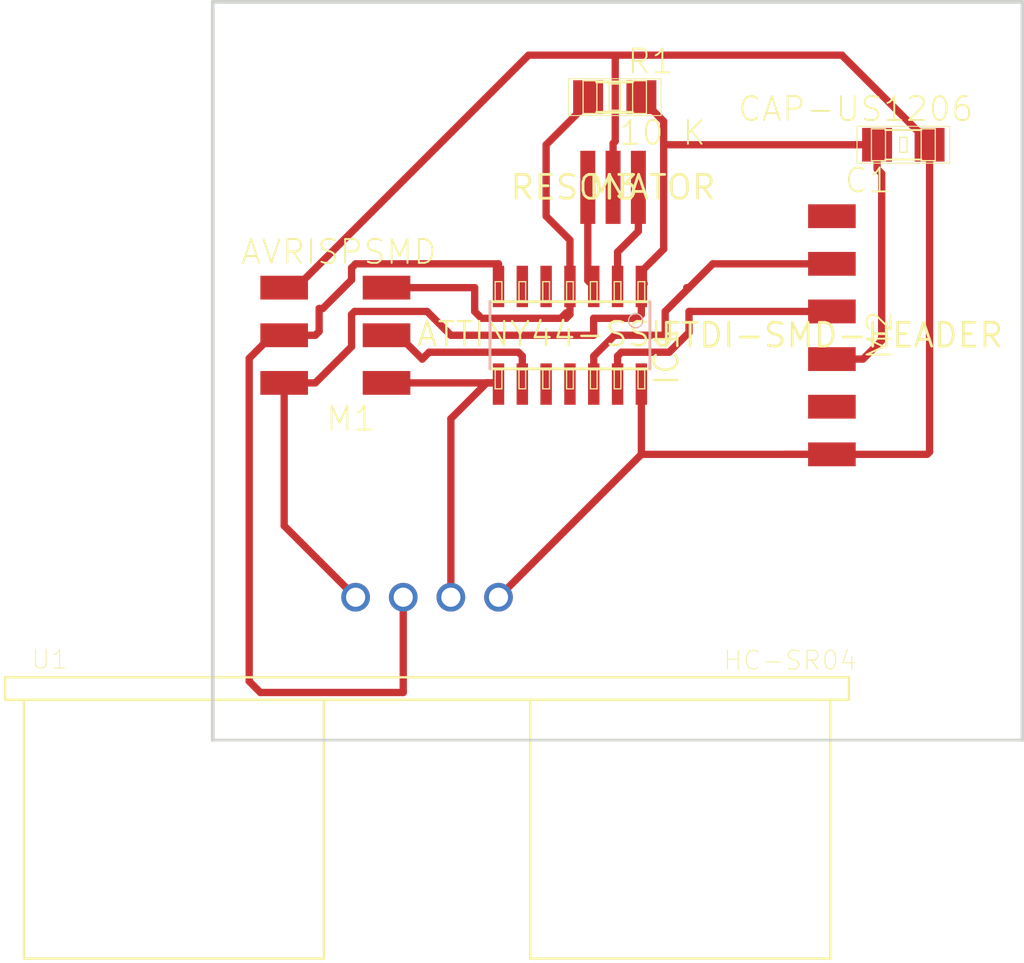
<source format=kicad_pcb>
(kicad_pcb (version 20171130) (host pcbnew "(5.0.2)-1")

  (general
    (thickness 1.6)
    (drawings 4)
    (tracks 115)
    (zones 0)
    (modules 7)
    (nets 17)
  )

  (page A4)
  (layers
    (0 F.Cu signal)
    (31 B.Cu signal)
    (32 B.Adhes user)
    (33 F.Adhes user)
    (34 B.Paste user)
    (35 F.Paste user)
    (36 B.SilkS user)
    (37 F.SilkS user)
    (38 B.Mask user)
    (39 F.Mask user)
    (40 Dwgs.User user)
    (41 Cmts.User user)
    (42 Eco1.User user)
    (43 Eco2.User user)
    (44 Edge.Cuts user)
    (45 Margin user)
    (46 B.CrtYd user)
    (47 F.CrtYd user)
    (48 B.Fab user)
    (49 F.Fab user)
  )

  (setup
    (last_trace_width 0.39)
    (trace_clearance 0.4)
    (zone_clearance 0.508)
    (zone_45_only no)
    (trace_min 0.2)
    (segment_width 0.2)
    (edge_width 0.15)
    (via_size 2)
    (via_drill 0.8)
    (via_min_size 0.4)
    (via_min_drill 0.3)
    (uvia_size 0.3)
    (uvia_drill 0.1)
    (uvias_allowed no)
    (uvia_min_size 0.2)
    (uvia_min_drill 0.1)
    (pcb_text_width 0.3)
    (pcb_text_size 1.5 1.5)
    (mod_edge_width 0.15)
    (mod_text_size 1 1)
    (mod_text_width 0.15)
    (pad_size 1.524 1.524)
    (pad_drill 0.762)
    (pad_to_mask_clearance 0.051)
    (solder_mask_min_width 0.25)
    (aux_axis_origin 0 0)
    (visible_elements 7FFFFFFF)
    (pcbplotparams
      (layerselection 0x010fc_ffffffff)
      (usegerberextensions false)
      (usegerberattributes false)
      (usegerberadvancedattributes false)
      (creategerberjobfile false)
      (excludeedgelayer true)
      (linewidth 0.100000)
      (plotframeref false)
      (viasonmask false)
      (mode 1)
      (useauxorigin false)
      (hpglpennumber 1)
      (hpglpenspeed 20)
      (hpglpendiameter 15.000000)
      (psnegative false)
      (psa4output false)
      (plotreference true)
      (plotvalue true)
      (plotinvisibletext false)
      (padsonsilk false)
      (subtractmaskfromsilk false)
      (outputformat 1)
      (mirror false)
      (drillshape 1)
      (scaleselection 1)
      (outputdirectory ""))
  )

  (net 0 "")
  (net 1 GND)
  (net 2 VCC)
  (net 3 /xtal1)
  (net 4 /xtal2)
  (net 5 /rst)
  (net 6 "Net-(IC1-Pad5)")
  (net 7 "Net-(IC1-Pad6)")
  (net 8 /mosi)
  (net 9 /miso)
  (net 10 /sck)
  (net 11 "Net-(IC1-Pad10)")
  (net 12 "Net-(IC1-Pad11)")
  (net 13 /rx)
  (net 14 /tx)
  (net 15 "Net-(M2-Pad2)")
  (net 16 "Net-(M2-Pad6)")

  (net_class Default "This is the default net class."
    (clearance 0.4)
    (trace_width 0.39)
    (via_dia 2)
    (via_drill 0.8)
    (uvia_dia 0.3)
    (uvia_drill 0.1)
    (diff_pair_gap 0.25)
    (diff_pair_width 0.39)
    (add_net /miso)
    (add_net /mosi)
    (add_net /rst)
    (add_net /rx)
    (add_net /sck)
    (add_net /tx)
    (add_net /xtal1)
    (add_net /xtal2)
    (add_net GND)
    (add_net "Net-(IC1-Pad10)")
    (add_net "Net-(IC1-Pad11)")
    (add_net "Net-(IC1-Pad5)")
    (add_net "Net-(IC1-Pad6)")
    (add_net "Net-(M2-Pad2)")
    (add_net "Net-(M2-Pad6)")
    (add_net VCC)
  )

  (net_class millingsetting ""
    (clearance 0.4)
    (trace_width 0.39)
    (via_dia 2)
    (via_drill 0.8)
    (uvia_dia 0.3)
    (uvia_drill 0.1)
    (diff_pair_gap 0.25)
    (diff_pair_width 0.39)
  )

  (module fab:fab-1X06SMD (layer F.Cu) (tedit 200000) (tstamp 5CC67312)
    (at 143.51 95.25 180)
    (path /5C9E0E9C)
    (attr smd)
    (fp_text reference M2 (at -2.54 0 270) (layer F.SilkS)
      (effects (font (size 1.27 1.27) (thickness 0.1016)))
    )
    (fp_text value FTDI-SMD-HEADER (at 0 0 180) (layer F.SilkS)
      (effects (font (size 1.27 1.27) (thickness 0.15)))
    )
    (pad 1 smd rect (at 0 -6.35 180) (size 2.54 1.27) (layers F.Cu F.Paste F.Mask)
      (net 1 GND))
    (pad 2 smd rect (at 0 -3.81 180) (size 2.54 1.27) (layers F.Cu F.Paste F.Mask)
      (net 15 "Net-(M2-Pad2)"))
    (pad 3 smd rect (at 0 -1.27 180) (size 2.54 1.27) (layers F.Cu F.Paste F.Mask)
      (net 2 VCC))
    (pad 4 smd rect (at 0 1.27 180) (size 2.54 1.27) (layers F.Cu F.Paste F.Mask)
      (net 14 /tx))
    (pad 5 smd rect (at 0 3.81 180) (size 2.54 1.27) (layers F.Cu F.Paste F.Mask)
      (net 13 /rx))
    (pad 6 smd rect (at 0 6.35 180) (size 2.54 1.27) (layers F.Cu F.Paste F.Mask)
      (net 16 "Net-(M2-Pad6)"))
  )

  (module HC-SR04:XCVR_HC-SR04 (layer F.Cu) (tedit 0) (tstamp 5CC6734F)
    (at 121.92 109.22)
    (path /5C9E0B11)
    (fp_text reference U1 (at -20.1204 3.31671) (layer F.SilkS)
      (effects (font (size 1.00052 1.00052) (thickness 0.05)))
    )
    (fp_text value HC-SR04 (at 19.3577 3.3707) (layer F.SilkS)
      (effects (font (size 1.00169 1.00169) (thickness 0.05)))
    )
    (fp_line (start -21.5 19.27) (end -5.5 19.27) (layer F.SilkS) (width 0.127))
    (fp_line (start 5.5 19.27) (end 21.5 19.27) (layer F.SilkS) (width 0.127))
    (fp_line (start 22.5 5.47) (end 21.5 5.47) (layer F.SilkS) (width 0.127))
    (fp_line (start 21.5 5.47) (end 5.5 5.47) (layer F.SilkS) (width 0.127))
    (fp_line (start 5.5 5.47) (end -5.5 5.47) (layer F.SilkS) (width 0.127))
    (fp_line (start -5.5 5.47) (end -21.5 5.47) (layer F.SilkS) (width 0.127))
    (fp_line (start -21.5 5.47) (end -22.5 5.47) (layer F.SilkS) (width 0.127))
    (fp_line (start -22.5 5.47) (end -22.5 4.27) (layer F.SilkS) (width 0.127))
    (fp_line (start -22.5 4.27) (end 22.5 4.27) (layer F.SilkS) (width 0.127))
    (fp_line (start 22.5 4.27) (end 22.5 5.47) (layer F.SilkS) (width 0.127))
    (fp_line (start -21.5 5.47) (end -21.5 19.27) (layer F.SilkS) (width 0.127))
    (fp_line (start 21.5 5.47) (end 21.5 19.27) (layer F.SilkS) (width 0.127))
    (fp_line (start -5.5 5.47) (end -5.5 19.27) (layer F.SilkS) (width 0.127))
    (fp_line (start 5.5 5.47) (end 5.5 19.27) (layer F.SilkS) (width 0.127))
    (fp_line (start -22.75 4) (end -22.75 19.5) (layer Eco1.User) (width 0.05))
    (fp_line (start -22.75 19.5) (end 22.75 19.5) (layer Eco1.User) (width 0.05))
    (fp_line (start 22.75 19.5) (end 22.75 4) (layer Eco1.User) (width 0.05))
    (fp_line (start 22.75 4) (end 5 4) (layer Eco1.User) (width 0.05))
    (fp_line (start 5 4) (end 5 -1.25) (layer Eco1.User) (width 0.05))
    (fp_line (start 5 -1.25) (end -5 -1.25) (layer Eco1.User) (width 0.05))
    (fp_line (start -5 -1.25) (end -5 4) (layer Eco1.User) (width 0.05))
    (fp_line (start -5 4) (end -22.75 4) (layer Eco1.User) (width 0.05))
    (pad 2 thru_hole circle (at -1.27 0) (size 1.53 1.53) (drill 1.02) (layers *.Cu *.Mask)
      (net 8 /mosi))
    (pad 3 thru_hole circle (at 1.27 0) (size 1.53 1.53) (drill 1.02) (layers *.Cu *.Mask)
      (net 9 /miso))
    (pad 4 thru_hole circle (at 3.81 0) (size 1.53 1.53) (drill 1.02) (layers *.Cu *.Mask)
      (net 1 GND))
    (pad 1 thru_hole circle (at -3.81 0) (size 1.53 1.53) (drill 1.02) (layers *.Cu *.Mask)
      (net 2 VCC))
  )

  (module fab:fab-C1206 (layer F.Cu) (tedit 200000) (tstamp 5CC672AF)
    (at 147.32 85.09 180)
    (descr CAPACITOR)
    (tags CAPACITOR)
    (path /5C9ED4BF)
    (attr smd)
    (fp_text reference C1 (at 1.905 -1.905 180) (layer F.SilkS)
      (effects (font (size 1.27 1.27) (thickness 0.1016)))
    )
    (fp_text value CAP-US1206 (at 2.54 1.905 180) (layer F.SilkS)
      (effects (font (size 1.27 1.27) (thickness 0.1016)))
    )
    (fp_line (start -1.7018 0.8509) (end -0.94996 0.8509) (layer F.SilkS) (width 0.06604))
    (fp_line (start -0.94996 0.8509) (end -0.94996 -0.84836) (layer F.SilkS) (width 0.06604))
    (fp_line (start -1.7018 -0.84836) (end -0.94996 -0.84836) (layer F.SilkS) (width 0.06604))
    (fp_line (start -1.7018 0.8509) (end -1.7018 -0.84836) (layer F.SilkS) (width 0.06604))
    (fp_line (start 0.94996 0.84836) (end 1.7018 0.84836) (layer F.SilkS) (width 0.06604))
    (fp_line (start 1.7018 0.84836) (end 1.7018 -0.8509) (layer F.SilkS) (width 0.06604))
    (fp_line (start 0.94996 -0.8509) (end 1.7018 -0.8509) (layer F.SilkS) (width 0.06604))
    (fp_line (start 0.94996 0.84836) (end 0.94996 -0.8509) (layer F.SilkS) (width 0.06604))
    (fp_line (start -0.19812 0.39878) (end 0.19812 0.39878) (layer F.SilkS) (width 0.06604))
    (fp_line (start 0.19812 0.39878) (end 0.19812 -0.39878) (layer F.SilkS) (width 0.06604))
    (fp_line (start -0.19812 -0.39878) (end 0.19812 -0.39878) (layer F.SilkS) (width 0.06604))
    (fp_line (start -0.19812 0.39878) (end -0.19812 -0.39878) (layer F.SilkS) (width 0.06604))
    (fp_line (start -2.47142 -0.98298) (end 2.47142 -0.98298) (layer F.SilkS) (width 0.0508))
    (fp_line (start 2.47142 0.98298) (end -2.47142 0.98298) (layer F.SilkS) (width 0.0508))
    (fp_line (start -2.47142 0.98298) (end -2.47142 -0.98298) (layer F.SilkS) (width 0.0508))
    (fp_line (start 2.47142 -0.98298) (end 2.47142 0.98298) (layer F.SilkS) (width 0.0508))
    (fp_line (start -0.96266 -0.78486) (end 0.96266 -0.78486) (layer F.SilkS) (width 0.1016))
    (fp_line (start -0.96266 0.78486) (end 0.96266 0.78486) (layer F.SilkS) (width 0.1016))
    (pad 1 smd rect (at -1.39954 0 180) (size 1.59766 1.79832) (layers F.Cu F.Paste F.Mask)
      (net 1 GND))
    (pad 2 smd rect (at 1.39954 0 180) (size 1.59766 1.79832) (layers F.Cu F.Paste F.Mask)
      (net 2 VCC))
  )

  (module fab:fab-SOIC14 (layer F.Cu) (tedit 200000) (tstamp 5CC672FE)
    (at 129.54 95.25 180)
    (descr "SMALL OUTLINE PACKAGE")
    (tags "SMALL OUTLINE PACKAGE")
    (path /5C9E0C07)
    (attr smd)
    (fp_text reference IC1 (at -5.1435 -1.143 -90) (layer F.SilkS)
      (effects (font (size 1.27 1.27) (thickness 0.127)))
    )
    (fp_text value ATTINY44-SSU (at 1.27 0.0635 180) (layer F.SilkS)
      (effects (font (size 1.27 1.27) (thickness 0.127)))
    )
    (fp_line (start -3.9878 -1.8415) (end -3.62966 -1.8415) (layer F.SilkS) (width 0.06604))
    (fp_line (start -3.62966 -1.8415) (end -3.62966 -2.8575) (layer F.SilkS) (width 0.06604))
    (fp_line (start -3.9878 -2.8575) (end -3.62966 -2.8575) (layer F.SilkS) (width 0.06604))
    (fp_line (start -3.9878 -1.8415) (end -3.9878 -2.8575) (layer F.SilkS) (width 0.06604))
    (fp_line (start -2.7178 -1.8415) (end -2.3622 -1.8415) (layer F.SilkS) (width 0.06604))
    (fp_line (start -2.3622 -1.8415) (end -2.3622 -2.8575) (layer F.SilkS) (width 0.06604))
    (fp_line (start -2.7178 -2.8575) (end -2.3622 -2.8575) (layer F.SilkS) (width 0.06604))
    (fp_line (start -2.7178 -1.8415) (end -2.7178 -2.8575) (layer F.SilkS) (width 0.06604))
    (fp_line (start -1.4478 -1.8415) (end -1.08966 -1.8415) (layer F.SilkS) (width 0.06604))
    (fp_line (start -1.08966 -1.8415) (end -1.08966 -2.8575) (layer F.SilkS) (width 0.06604))
    (fp_line (start -1.4478 -2.8575) (end -1.08966 -2.8575) (layer F.SilkS) (width 0.06604))
    (fp_line (start -1.4478 -1.8415) (end -1.4478 -2.8575) (layer F.SilkS) (width 0.06604))
    (fp_line (start -0.1778 -1.8415) (end 0.1778 -1.8415) (layer F.SilkS) (width 0.06604))
    (fp_line (start 0.1778 -1.8415) (end 0.1778 -2.8575) (layer F.SilkS) (width 0.06604))
    (fp_line (start -0.1778 -2.8575) (end 0.1778 -2.8575) (layer F.SilkS) (width 0.06604))
    (fp_line (start -0.1778 -1.8415) (end -0.1778 -2.8575) (layer F.SilkS) (width 0.06604))
    (fp_line (start 1.08966 -1.8415) (end 1.4478 -1.8415) (layer F.SilkS) (width 0.06604))
    (fp_line (start 1.4478 -1.8415) (end 1.4478 -2.8575) (layer F.SilkS) (width 0.06604))
    (fp_line (start 1.08966 -2.8575) (end 1.4478 -2.8575) (layer F.SilkS) (width 0.06604))
    (fp_line (start 1.08966 -1.8415) (end 1.08966 -2.8575) (layer F.SilkS) (width 0.06604))
    (fp_line (start 2.3622 -1.8415) (end 2.7178 -1.8415) (layer F.SilkS) (width 0.06604))
    (fp_line (start 2.7178 -1.8415) (end 2.7178 -2.8575) (layer F.SilkS) (width 0.06604))
    (fp_line (start 2.3622 -2.8575) (end 2.7178 -2.8575) (layer F.SilkS) (width 0.06604))
    (fp_line (start 2.3622 -1.8415) (end 2.3622 -2.8575) (layer F.SilkS) (width 0.06604))
    (fp_line (start 3.62966 -1.8415) (end 3.9878 -1.8415) (layer F.SilkS) (width 0.06604))
    (fp_line (start 3.9878 -1.8415) (end 3.9878 -2.8575) (layer F.SilkS) (width 0.06604))
    (fp_line (start 3.62966 -2.8575) (end 3.9878 -2.8575) (layer F.SilkS) (width 0.06604))
    (fp_line (start 3.62966 -1.8415) (end 3.62966 -2.8575) (layer F.SilkS) (width 0.06604))
    (fp_line (start 3.62966 2.8575) (end 3.9878 2.8575) (layer F.SilkS) (width 0.06604))
    (fp_line (start 3.9878 2.8575) (end 3.9878 1.8415) (layer F.SilkS) (width 0.06604))
    (fp_line (start 3.62966 1.8415) (end 3.9878 1.8415) (layer F.SilkS) (width 0.06604))
    (fp_line (start 3.62966 2.8575) (end 3.62966 1.8415) (layer F.SilkS) (width 0.06604))
    (fp_line (start 2.3622 2.8575) (end 2.7178 2.8575) (layer F.SilkS) (width 0.06604))
    (fp_line (start 2.7178 2.8575) (end 2.7178 1.8415) (layer F.SilkS) (width 0.06604))
    (fp_line (start 2.3622 1.8415) (end 2.7178 1.8415) (layer F.SilkS) (width 0.06604))
    (fp_line (start 2.3622 2.8575) (end 2.3622 1.8415) (layer F.SilkS) (width 0.06604))
    (fp_line (start 1.08966 2.8575) (end 1.4478 2.8575) (layer F.SilkS) (width 0.06604))
    (fp_line (start 1.4478 2.8575) (end 1.4478 1.8415) (layer F.SilkS) (width 0.06604))
    (fp_line (start 1.08966 1.8415) (end 1.4478 1.8415) (layer F.SilkS) (width 0.06604))
    (fp_line (start 1.08966 2.8575) (end 1.08966 1.8415) (layer F.SilkS) (width 0.06604))
    (fp_line (start -0.1778 2.8575) (end 0.1778 2.8575) (layer F.SilkS) (width 0.06604))
    (fp_line (start 0.1778 2.8575) (end 0.1778 1.8415) (layer F.SilkS) (width 0.06604))
    (fp_line (start -0.1778 1.8415) (end 0.1778 1.8415) (layer F.SilkS) (width 0.06604))
    (fp_line (start -0.1778 2.8575) (end -0.1778 1.8415) (layer F.SilkS) (width 0.06604))
    (fp_line (start -1.4478 2.8575) (end -1.08966 2.8575) (layer F.SilkS) (width 0.06604))
    (fp_line (start -1.08966 2.8575) (end -1.08966 1.8415) (layer F.SilkS) (width 0.06604))
    (fp_line (start -1.4478 1.8415) (end -1.08966 1.8415) (layer F.SilkS) (width 0.06604))
    (fp_line (start -1.4478 2.8575) (end -1.4478 1.8415) (layer F.SilkS) (width 0.06604))
    (fp_line (start -2.7178 2.8575) (end -2.3622 2.8575) (layer F.SilkS) (width 0.06604))
    (fp_line (start -2.3622 2.8575) (end -2.3622 1.8415) (layer F.SilkS) (width 0.06604))
    (fp_line (start -2.7178 1.8415) (end -2.3622 1.8415) (layer F.SilkS) (width 0.06604))
    (fp_line (start -2.7178 2.8575) (end -2.7178 1.8415) (layer F.SilkS) (width 0.06604))
    (fp_line (start -3.9878 2.8575) (end -3.62966 2.8575) (layer F.SilkS) (width 0.06604))
    (fp_line (start -3.62966 2.8575) (end -3.62966 1.8415) (layer F.SilkS) (width 0.06604))
    (fp_line (start -3.9878 1.8415) (end -3.62966 1.8415) (layer F.SilkS) (width 0.06604))
    (fp_line (start -3.9878 2.8575) (end -3.9878 1.8415) (layer F.SilkS) (width 0.06604))
    (fp_line (start -4.26466 1.7907) (end 4.26466 1.7907) (layer F.SilkS) (width 0.1524))
    (fp_line (start 4.26466 1.7907) (end 4.26466 -1.7907) (layer B.SilkS) (width 0.1524))
    (fp_line (start 4.26466 -1.7907) (end -4.26466 -1.7907) (layer F.SilkS) (width 0.1524))
    (fp_line (start -4.26466 -1.7907) (end -4.26466 1.7907) (layer B.SilkS) (width 0.1524))
    (fp_circle (center -3.5052 0.7747) (end -3.7719 1.0414) (layer B.SilkS) (width 0.0762))
    (pad 1 smd rect (at -3.81 2.6035 180) (size 0.6096 2.20726) (layers F.Cu F.Paste F.Mask)
      (net 2 VCC))
    (pad 2 smd rect (at -2.54 2.6035 180) (size 0.6096 2.20726) (layers F.Cu F.Paste F.Mask)
      (net 3 /xtal1))
    (pad 3 smd rect (at -1.27 2.6035 180) (size 0.6096 2.20726) (layers F.Cu F.Paste F.Mask)
      (net 4 /xtal2))
    (pad 4 smd rect (at 0 2.6035 180) (size 0.6096 2.20726) (layers F.Cu F.Paste F.Mask)
      (net 5 /rst))
    (pad 5 smd rect (at 1.27 2.6035 180) (size 0.6096 2.20726) (layers F.Cu F.Paste F.Mask)
      (net 6 "Net-(IC1-Pad5)"))
    (pad 6 smd rect (at 2.54 2.6035 180) (size 0.6096 2.20726) (layers F.Cu F.Paste F.Mask)
      (net 7 "Net-(IC1-Pad6)"))
    (pad 7 smd rect (at 3.81 2.6035 180) (size 0.6096 2.20726) (layers F.Cu F.Paste F.Mask)
      (net 8 /mosi))
    (pad 8 smd rect (at 3.81 -2.6035 180) (size 0.6096 2.20726) (layers F.Cu F.Paste F.Mask)
      (net 9 /miso))
    (pad 9 smd rect (at 2.54 -2.6035 180) (size 0.6096 2.20726) (layers F.Cu F.Paste F.Mask)
      (net 10 /sck))
    (pad 10 smd rect (at 1.27 -2.6035 180) (size 0.6096 2.20726) (layers F.Cu F.Paste F.Mask)
      (net 11 "Net-(IC1-Pad10)"))
    (pad 11 smd rect (at 0 -2.6035 180) (size 0.6096 2.20726) (layers F.Cu F.Paste F.Mask)
      (net 12 "Net-(IC1-Pad11)"))
    (pad 12 smd rect (at -1.27 -2.6035 180) (size 0.6096 2.20726) (layers F.Cu F.Paste F.Mask)
      (net 13 /rx))
    (pad 13 smd rect (at -2.54 -2.6035 180) (size 0.6096 2.20726) (layers F.Cu F.Paste F.Mask)
      (net 14 /tx))
    (pad 14 smd rect (at -3.81 -2.6035 180) (size 0.6096 2.20726) (layers F.Cu F.Paste F.Mask)
      (net 1 GND))
  )

  (module fab:fab-2X03SMD (layer F.Cu) (tedit 200000) (tstamp 5CC67308)
    (at 117.21846 95.25 180)
    (path /5C9E0CB1)
    (attr smd)
    (fp_text reference M1 (at -0.635 -4.445 180) (layer F.SilkS)
      (effects (font (size 1.27 1.27) (thickness 0.1016)))
    )
    (fp_text value AVRISPSMD (at 0 4.445 180) (layer F.SilkS)
      (effects (font (size 1.27 1.27) (thickness 0.1016)))
    )
    (pad 1 smd rect (at -2.54 -2.54 180) (size 2.54 1.27) (layers F.Cu F.Paste F.Mask)
      (net 9 /miso))
    (pad 2 smd rect (at 2.91846 -2.54 180) (size 2.54 1.27) (layers F.Cu F.Paste F.Mask)
      (net 2 VCC))
    (pad 3 smd rect (at -2.54 0 180) (size 2.54 1.27) (layers F.Cu F.Paste F.Mask)
      (net 10 /sck))
    (pad 4 smd rect (at 2.91846 0 180) (size 2.54 1.27) (layers F.Cu F.Paste F.Mask)
      (net 8 /mosi))
    (pad 5 smd rect (at -2.54 2.54 180) (size 2.54 1.27) (layers F.Cu F.Paste F.Mask)
      (net 5 /rst))
    (pad 6 smd rect (at 2.91846 2.54 180) (size 2.54 1.27) (layers F.Cu F.Paste F.Mask)
      (net 1 GND))
  )

  (module fab:fab-EFOBM (layer F.Cu) (tedit 200000) (tstamp 5CC67319)
    (at 131.84081 87.361211 180)
    (path /5C9E15E7)
    (attr smd)
    (fp_text reference M3 (at 0 0 180) (layer F.SilkS)
      (effects (font (size 1.27 1.27) (thickness 0.15)))
    )
    (fp_text value RESONATOR (at 0 0) (layer F.SilkS)
      (effects (font (size 1.27 1.27) (thickness 0.15)))
    )
    (pad 1 smd rect (at -1.34874 0 270) (size 3.8989 0.79756) (layers F.Cu F.Paste F.Mask)
      (net 3 /xtal1))
    (pad 2 smd rect (at 0 0 90) (size 3.8989 0.79756) (layers F.Cu F.Paste F.Mask)
      (net 1 GND))
    (pad 3 smd rect (at 1.34874 0 90) (size 3.8989 0.79756) (layers F.Cu F.Paste F.Mask)
      (net 4 /xtal2))
  )

  (module fab:fab-R1206 (layer F.Cu) (tedit 5CA128B1) (tstamp 5CC67331)
    (at 131.93014 82.55)
    (descr RESISTOR)
    (tags RESISTOR)
    (path /5C9E129A)
    (attr smd)
    (fp_text reference R1 (at 1.905 -1.905) (layer F.SilkS)
      (effects (font (size 1.27 1.27) (thickness 0.1016)))
    )
    (fp_text value "10 K" (at 2.54 1.905) (layer F.SilkS)
      (effects (font (size 1.27 1.27) (thickness 0.1016)))
    )
    (fp_line (start -1.6891 0.8763) (end -0.9525 0.8763) (layer F.SilkS) (width 0.06604))
    (fp_line (start -0.9525 0.8763) (end -0.9525 -0.8763) (layer F.SilkS) (width 0.06604))
    (fp_line (start -1.6891 -0.8763) (end -0.9525 -0.8763) (layer F.SilkS) (width 0.06604))
    (fp_line (start -1.6891 0.8763) (end -1.6891 -0.8763) (layer F.SilkS) (width 0.06604))
    (fp_line (start 0.9525 0.8763) (end 1.6891 0.8763) (layer F.SilkS) (width 0.06604))
    (fp_line (start 1.6891 0.8763) (end 1.6891 -0.8763) (layer F.SilkS) (width 0.06604))
    (fp_line (start 0.9525 -0.8763) (end 1.6891 -0.8763) (layer F.SilkS) (width 0.06604))
    (fp_line (start 0.9525 0.8763) (end 0.9525 -0.8763) (layer F.SilkS) (width 0.06604))
    (fp_line (start -0.29972 0.6985) (end 0.29972 0.6985) (layer F.SilkS) (width 0.06604))
    (fp_line (start 0.29972 0.6985) (end 0.29972 -0.6985) (layer F.SilkS) (width 0.06604))
    (fp_line (start -0.29972 -0.6985) (end 0.29972 -0.6985) (layer F.SilkS) (width 0.06604))
    (fp_line (start -0.29972 0.6985) (end -0.29972 -0.6985) (layer F.SilkS) (width 0.06604))
    (fp_line (start 0.9525 0.8128) (end -0.9652 0.8128) (layer F.SilkS) (width 0.1524))
    (fp_line (start 0.9525 -0.8128) (end -0.9652 -0.8128) (layer F.SilkS) (width 0.1524))
    (fp_line (start -2.47142 -0.98298) (end 2.47142 -0.98298) (layer F.SilkS) (width 0.0508))
    (fp_line (start 2.47142 -0.98298) (end 2.47142 0.98298) (layer F.SilkS) (width 0.0508))
    (fp_line (start 2.47142 0.98298) (end -2.47142 0.98298) (layer F.SilkS) (width 0.0508))
    (fp_line (start -2.47142 0.98298) (end -2.47142 -0.98298) (layer F.SilkS) (width 0.0508))
    (pad 1 smd rect (at -1.41986 0) (size 1.59766 1.80086) (layers F.Cu F.Paste F.Mask)
      (net 5 /rst))
    (pad 2 smd rect (at 1.41986 0) (size 1.59766 1.80086) (layers F.Cu F.Paste F.Mask)
      (net 2 VCC))
  )

  (gr_line (start 110.49 116.84) (end 153.67 116.84) (layer Edge.Cuts) (width 0.15))
  (gr_line (start 110.49 77.47) (end 110.49 116.84) (layer Edge.Cuts) (width 0.2))
  (gr_line (start 153.67 77.47) (end 110.49 77.47) (layer Edge.Cuts) (width 0.2))
  (gr_line (start 153.67 116.84) (end 153.67 77.47) (layer Edge.Cuts) (width 0.2))

  (segment (start 131.84081 87.361211) (end 131.84081 85.021761) (width 0.39) (layer F.Cu) (net 1))
  (segment (start 125.73 109.22) (end 133.35 101.6) (width 0.39) (layer F.Cu) (net 1))
  (segment (start 133.35 101.6) (end 133.35 97.8535) (width 0.39) (layer F.Cu) (net 1))
  (segment (start 131.84081 85.021761) (end 131.956169 84.906402) (width 0.39) (layer F.Cu) (net 1))
  (segment (start 140.97 101.6) (end 142.24 101.6) (width 0.39) (layer F.Cu) (net 1))
  (segment (start 142.24 101.6) (end 133.35 101.6) (width 0.39) (layer F.Cu) (net 1))
  (segment (start 143.51 101.6) (end 142.24 101.6) (width 0.39) (layer F.Cu) (net 1))
  (segment (start 143.51 101.6) (end 148.59 101.6) (width 0.39) (layer F.Cu) (net 1))
  (segment (start 148.59 101.6) (end 148.71954 101.47046) (width 0.39) (layer F.Cu) (net 1))
  (segment (start 148.71954 101.47046) (end 148.71954 95.25) (width 0.39) (layer F.Cu) (net 1))
  (segment (start 148.71954 95.25) (end 148.71954 85.09) (width 0.39) (layer F.Cu) (net 1))
  (segment (start 131.956169 84.906402) (end 131.956169 80.311741) (width 0.39) (layer F.Cu) (net 1))
  (segment (start 127.333259 80.311741) (end 131.956169 80.311741) (width 0.39) (layer F.Cu) (net 1))
  (segment (start 114.935 92.71) (end 127.333259 80.311741) (width 0.39) (layer F.Cu) (net 1))
  (segment (start 114.3 92.71) (end 114.935 92.71) (width 0.39) (layer F.Cu) (net 1))
  (segment (start 114.3 92.71) (end 113.665 92.71) (width 0.39) (layer F.Cu) (net 1))
  (segment (start 148.71954 84.98967) (end 148.71954 85.09) (width 0.39) (layer F.Cu) (net 1))
  (segment (start 144.041611 80.311741) (end 148.71954 84.98967) (width 0.39) (layer F.Cu) (net 1))
  (segment (start 131.956169 80.311741) (end 144.041611 80.311741) (width 0.39) (layer F.Cu) (net 1))
  (segment (start 114.3 105.41) (end 118.11 109.22) (width 0.39) (layer F.Cu) (net 2))
  (segment (start 114.3 97.79) (end 114.3 105.41) (width 0.39) (layer F.Cu) (net 2))
  (segment (start 133.49986 92.49664) (end 133.35 92.6465) (width 0.39) (layer F.Cu) (net 2))
  (segment (start 133.35 82.6516) (end 133.35 82.55) (width 0.39) (layer F.Cu) (net 2))
  (segment (start 134.53883 83.84043) (end 133.35 82.6516) (width 0.39) (layer F.Cu) (net 2))
  (segment (start 133.35 91.84767) (end 134.53883 90.65884) (width 0.39) (layer F.Cu) (net 2))
  (segment (start 133.35 92.6465) (end 133.35 91.84767) (width 0.39) (layer F.Cu) (net 2))
  (segment (start 114.3 97.79) (end 113.665 97.79) (width 0.39) (layer F.Cu) (net 2))
  (segment (start 145.92046 86.37916) (end 145.92046 85.09) (width 0.39) (layer F.Cu) (net 2))
  (segment (start 146.165009 86.623709) (end 145.92046 86.37916) (width 0.39) (layer F.Cu) (net 2))
  (segment (start 146.165009 95.524991) (end 146.165009 86.623709) (width 0.39) (layer F.Cu) (net 2))
  (segment (start 145.17 96.52) (end 146.165009 95.524991) (width 0.39) (layer F.Cu) (net 2))
  (segment (start 143.51 96.52) (end 145.17 96.52) (width 0.39) (layer F.Cu) (net 2))
  (segment (start 134.53883 85.09) (end 134.53883 83.84043) (width 0.39) (layer F.Cu) (net 2))
  (segment (start 134.53883 90.65884) (end 134.53883 85.09) (width 0.39) (layer F.Cu) (net 2))
  (segment (start 144.78 85.09) (end 145.92046 85.09) (width 0.39) (layer F.Cu) (net 2))
  (segment (start 134.53883 85.09) (end 144.78 85.09) (width 0.39) (layer F.Cu) (net 2))
  (segment (start 133.144999 94.345131) (end 133.35 94.14013) (width 0.39) (layer F.Cu) (net 2))
  (segment (start 130.802628 95.25) (end 130.802628 94.345131) (width 0.39) (layer F.Cu) (net 2))
  (segment (start 123.19 95.25) (end 130.802628 95.25) (width 0.39) (layer F.Cu) (net 2))
  (segment (start 133.35 94.14013) (end 133.35 92.6465) (width 0.39) (layer F.Cu) (net 2))
  (segment (start 114.3 97.79) (end 115.96 97.79) (width 0.39) (layer F.Cu) (net 2))
  (segment (start 115.96 97.79) (end 117.893459 95.856541) (width 0.39) (layer F.Cu) (net 2))
  (segment (start 117.893459 95.856541) (end 117.893459 94.138999) (width 0.39) (layer F.Cu) (net 2))
  (segment (start 117.893459 94.138999) (end 118.052458 93.98) (width 0.39) (layer F.Cu) (net 2))
  (segment (start 130.802628 94.345131) (end 133.144999 94.345131) (width 0.39) (layer F.Cu) (net 2))
  (segment (start 118.052458 93.98) (end 121.92 93.98) (width 0.39) (layer F.Cu) (net 2))
  (segment (start 121.92 93.98) (end 123.19 95.25) (width 0.39) (layer F.Cu) (net 2))
  (segment (start 133.18955 89.700661) (end 132.08 90.810211) (width 0.39) (layer F.Cu) (net 3))
  (segment (start 133.18955 87.361211) (end 133.18955 89.700661) (width 0.39) (layer F.Cu) (net 3))
  (segment (start 132.08 90.810211) (end 132.08 92.71) (width 0.39) (layer F.Cu) (net 3))
  (segment (start 132.08 92.71) (end 132.08 92.6465) (width 0.39) (layer F.Cu) (net 3))
  (segment (start 130.66014 86.36) (end 130.66014 86.2584) (width 0.39) (layer F.Cu) (net 4))
  (segment (start 130.49207 92.32857) (end 130.81 92.6465) (width 0.39) (layer F.Cu) (net 4))
  (segment (start 130.49207 87.361211) (end 130.49207 92.32857) (width 0.39) (layer F.Cu) (net 4))
  (segment (start 129.54 94.14013) (end 129.54 92.6465) (width 0.39) (layer F.Cu) (net 5))
  (segment (start 129.334999 94.345131) (end 129.54 94.14013) (width 0.39) (layer F.Cu) (net 5))
  (segment (start 119.75846 92.71) (end 120.39346 92.71) (width 0.39) (layer F.Cu) (net 5))
  (segment (start 130.51028 82.55) (end 130.51028 82.6516) (width 0.39) (layer F.Cu) (net 5))
  (segment (start 129.050801 94.345131) (end 124.825131 94.345131) (width 0.39) (layer F.Cu) (net 5))
  (segment (start 129.334999 94.345131) (end 129.334999 94.060933) (width 0.39) (layer F.Cu) (net 5))
  (segment (start 129.334999 94.060933) (end 129.050801 94.345131) (width 0.39) (layer F.Cu) (net 5))
  (segment (start 124.825131 94.345131) (end 124.46 93.98) (width 0.39) (layer F.Cu) (net 5))
  (segment (start 124.46 93.98) (end 124.46 92.71) (width 0.39) (layer F.Cu) (net 5))
  (segment (start 124.46 92.71) (end 119.75846 92.71) (width 0.39) (layer F.Cu) (net 5))
  (segment (start 130.51028 82.84972) (end 130.51028 82.55) (width 0.39) (layer F.Cu) (net 5))
  (segment (start 128.27 85.09) (end 130.51028 82.84972) (width 0.39) (layer F.Cu) (net 5))
  (segment (start 128.27 88.9) (end 128.27 85.09) (width 0.39) (layer F.Cu) (net 5))
  (segment (start 129.54 92.6465) (end 129.54 90.17) (width 0.39) (layer F.Cu) (net 5))
  (segment (start 129.54 90.17) (end 128.27 88.9) (width 0.39) (layer F.Cu) (net 5))
  (segment (start 125.73 92.71) (end 125.73 92.6465) (width 0.39) (layer F.Cu) (net 8))
  (segment (start 117.893459 92.291541) (end 117.893459 91.656541) (width 0.39) (layer F.Cu) (net 8))
  (segment (start 118.11 91.44) (end 125.73 91.44) (width 0.39) (layer F.Cu) (net 8))
  (segment (start 125.73 91.44) (end 125.73 92.71) (width 0.39) (layer F.Cu) (net 8))
  (segment (start 114.3 95.25) (end 114.935 95.25) (width 0.39) (layer F.Cu) (net 8))
  (segment (start 118.11 91.44) (end 117.893459 91.656541) (width 0.39) (layer F.Cu) (net 8))
  (segment (start 116.165001 95.044999) (end 116.165001 93.821001) (width 0.39) (layer F.Cu) (net 8))
  (segment (start 114.3 95.25) (end 115.96 95.25) (width 0.39) (layer F.Cu) (net 8))
  (segment (start 115.96 95.25) (end 116.165001 95.044999) (width 0.39) (layer F.Cu) (net 8))
  (segment (start 116.363999 93.821001) (end 117.893459 92.291541) (width 0.39) (layer F.Cu) (net 8))
  (segment (start 116.165001 93.821001) (end 116.363999 93.821001) (width 0.39) (layer F.Cu) (net 8))
  (segment (start 120.65 114.3) (end 120.65 109.22) (width 0.39) (layer F.Cu) (net 8))
  (segment (start 113.03 114.3) (end 120.65 114.3) (width 0.39) (layer F.Cu) (net 8))
  (segment (start 112.434999 113.704999) (end 113.03 114.3) (width 0.39) (layer F.Cu) (net 8))
  (segment (start 112.434999 96.480001) (end 112.434999 113.704999) (width 0.39) (layer F.Cu) (net 8))
  (segment (start 114.3 95.25) (end 113.665 95.25) (width 0.39) (layer F.Cu) (net 8))
  (segment (start 113.665 95.25) (end 112.434999 96.480001) (width 0.39) (layer F.Cu) (net 8))
  (segment (start 119.75846 97.79) (end 125.6665 97.79) (width 0.39) (layer F.Cu) (net 9))
  (segment (start 123.19 99.6987) (end 125.0987 97.79) (width 0.39) (layer F.Cu) (net 9))
  (segment (start 123.19 109.22) (end 123.19 99.6987) (width 0.39) (layer F.Cu) (net 9))
  (segment (start 125.6665 97.79) (end 125.73 97.8535) (width 0.39) (layer F.Cu) (net 9))
  (segment (start 125.0987 97.79) (end 125.6665 97.79) (width 0.39) (layer F.Cu) (net 9))
  (segment (start 120.39346 95.25) (end 121.66346 96.52) (width 0.39) (layer F.Cu) (net 10))
  (segment (start 119.75846 95.25) (end 120.39346 95.25) (width 0.39) (layer F.Cu) (net 10))
  (segment (start 127 96.35987) (end 127 97.8535) (width 0.39) (layer F.Cu) (net 10))
  (segment (start 126.794999 96.154869) (end 127 96.35987) (width 0.39) (layer F.Cu) (net 10))
  (segment (start 122.028591 96.154869) (end 126.794999 96.154869) (width 0.39) (layer F.Cu) (net 10))
  (segment (start 121.66346 96.52) (end 122.028591 96.154869) (width 0.39) (layer F.Cu) (net 10))
  (segment (start 130.81 96.35987) (end 130.81 97.8535) (width 0.39) (layer F.Cu) (net 13))
  (segment (start 143.51 91.44) (end 142.875 91.44) (width 0.39) (layer F.Cu) (net 13))
  (segment (start 135.765932 92.71) (end 135.89 92.71) (width 0.39) (layer F.Cu) (net 13))
  (segment (start 137.16 91.44) (end 143.51 91.44) (width 0.39) (layer F.Cu) (net 13))
  (segment (start 135.89 92.71) (end 137.16 91.44) (width 0.39) (layer F.Cu) (net 13))
  (segment (start 130.81 96.35987) (end 131.91987 95.25) (width 0.39) (layer F.Cu) (net 13))
  (segment (start 131.91987 95.25) (end 133.225932 95.25) (width 0.39) (layer F.Cu) (net 13))
  (segment (start 133.225932 95.25) (end 134.62 95.25) (width 0.39) (layer F.Cu) (net 13))
  (segment (start 134.62 95.25) (end 134.62 93.98) (width 0.39) (layer F.Cu) (net 13))
  (segment (start 134.62 93.98) (end 135.89 92.71) (width 0.39) (layer F.Cu) (net 13))
  (segment (start 143.51 93.98) (end 142.875 93.98) (width 0.39) (layer F.Cu) (net 14))
  (segment (start 132.08 96.35987) (end 132.08 97.8535) (width 0.39) (layer F.Cu) (net 14))
  (segment (start 132.285001 96.154869) (end 132.08 96.35987) (width 0.39) (layer F.Cu) (net 14))
  (segment (start 132.285001 96.154869) (end 133.715131 96.154869) (width 0.39) (layer F.Cu) (net 14))
  (segment (start 135.89 93.98) (end 143.51 93.98) (width 0.39) (layer F.Cu) (net 14))
  (segment (start 134.832373 96.154869) (end 135.89 95.097242) (width 0.39) (layer F.Cu) (net 14))
  (segment (start 133.715131 96.154869) (end 134.832373 96.154869) (width 0.39) (layer F.Cu) (net 14))
  (segment (start 135.89 95.097242) (end 135.89 93.98) (width 0.39) (layer F.Cu) (net 14))

)

</source>
